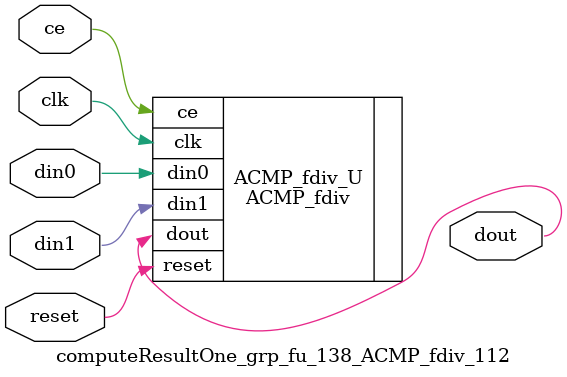
<source format=v>

`timescale 1 ns / 1 ps
module computeResultOne_grp_fu_138_ACMP_fdiv_112(
    clk,
    reset,
    ce,
    din0,
    din1,
    dout);

parameter ID = 32'd1;
parameter NUM_STAGE = 32'd1;
parameter din0_WIDTH = 32'd1;
parameter din1_WIDTH = 32'd1;
parameter dout_WIDTH = 32'd1;
input clk;
input reset;
input ce;
input[din0_WIDTH - 1:0] din0;
input[din1_WIDTH - 1:0] din1;
output[dout_WIDTH - 1:0] dout;



ACMP_fdiv #(
.ID( ID ),
.NUM_STAGE( 10 ),
.din0_WIDTH( din0_WIDTH ),
.din1_WIDTH( din1_WIDTH ),
.dout_WIDTH( dout_WIDTH ))
ACMP_fdiv_U(
    .clk( clk ),
    .reset( reset ),
    .ce( ce ),
    .din0( din0 ),
    .din1( din1 ),
    .dout( dout ));

endmodule

</source>
